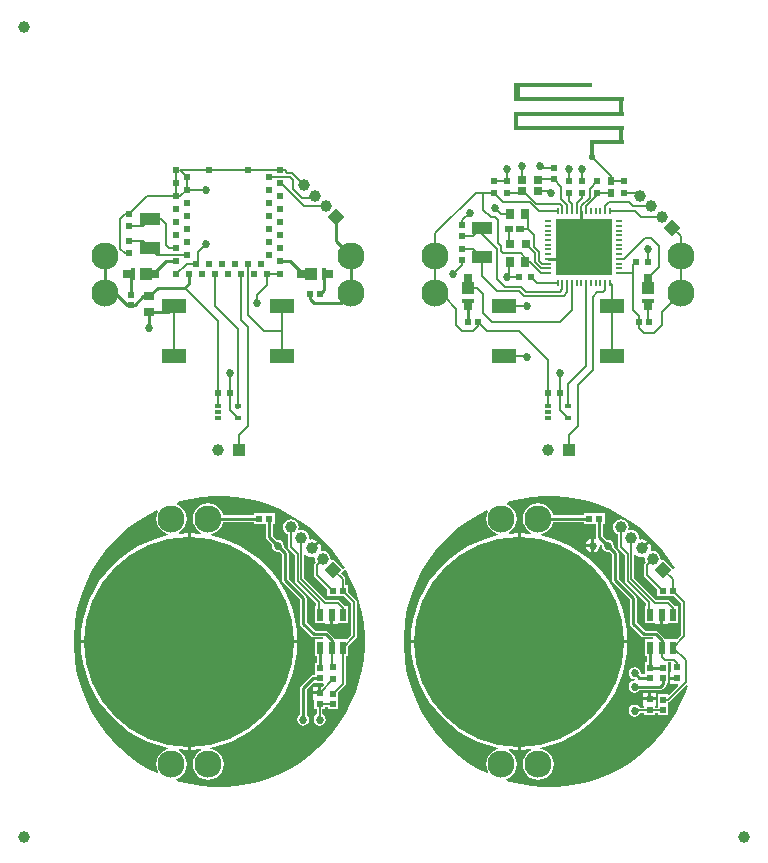
<source format=gtl>
G04 Layer_Physical_Order=1*
G04 Layer_Color=255*
%FSLAX25Y25*%
%MOIN*%
G70*
G01*
G75*
%ADD10C,0.03937*%
%ADD11R,0.01969X0.01476*%
%ADD12R,0.03543X0.03150*%
%ADD13R,0.02165X0.02362*%
%ADD14R,0.08268X0.05118*%
%ADD15R,0.02362X0.02165*%
%ADD16R,0.02362X0.01969*%
%ADD17R,0.07087X0.03937*%
%ADD18R,0.01969X0.02362*%
%ADD19R,0.02559X0.03150*%
%ADD20R,0.04016X0.04488*%
%ADD21R,0.01181X0.04488*%
%ADD22R,0.01929X0.01929*%
%ADD23C,0.00600*%
%ADD24C,0.01000*%
%ADD25C,0.70079*%
%ADD26R,0.02362X0.04331*%
%ADD27C,0.01575*%
%ADD28R,0.02953X0.02756*%
%ADD29R,0.02559X0.01969*%
%ADD30R,0.02953X0.03150*%
%ADD31R,0.01969X0.02559*%
%ADD32R,0.03150X0.03543*%
%ADD33O,0.00787X0.02559*%
%ADD34O,0.02559X0.00787*%
%ADD35R,0.18504X0.18504*%
%ADD36R,0.03150X0.02559*%
%ADD37R,0.04488X0.04016*%
%ADD38R,0.04488X0.01181*%
%ADD39R,0.02126X0.01575*%
%ADD40C,0.00900*%
%ADD41R,0.25984X0.01575*%
%ADD42R,0.36614X0.01575*%
%ADD43R,0.01969X0.06299*%
%ADD44R,0.01575X0.06299*%
%ADD45R,0.11417X0.01575*%
%ADD46R,0.01575X0.06693*%
%ADD47C,0.03961*%
G04:AMPARAMS|DCode=48|XSize=39.59mil|YSize=39.61mil|CornerRadius=0mil|HoleSize=0mil|Usage=FLASHONLY|Rotation=135.000|XOffset=0mil|YOffset=0mil|HoleType=Round|Shape=Rectangle|*
%AMROTATEDRECTD48*
4,1,4,0.02800,0.00001,-0.00001,-0.02800,-0.02800,-0.00001,0.00001,0.02800,0.02800,0.00001,0.0*
%
%ADD48ROTATEDRECTD48*%

%ADD49R,0.03959X0.03961*%
%ADD50C,0.09055*%
%ADD51C,0.02700*%
G36*
X195702Y128172D02*
X199463Y127576D01*
X203167Y126687D01*
X206790Y125510D01*
X210308Y124052D01*
X213702Y122323D01*
X216950Y120333D01*
X220031Y118094D01*
X222927Y115621D01*
X225621Y112927D01*
X228094Y110031D01*
X230333Y106950D01*
X231799Y104557D01*
X231404Y104245D01*
X228001Y107649D01*
X227523Y107171D01*
X227050Y107405D01*
X227067Y107536D01*
X226978Y108209D01*
X226718Y108837D01*
X226305Y109376D01*
X225766Y109789D01*
X225138Y110049D01*
X224465Y110138D01*
X224294Y110116D01*
X224239Y110137D01*
X223868Y110564D01*
X223935Y111071D01*
X223833Y111849D01*
X223532Y112574D01*
X223361Y112797D01*
X221283Y110717D01*
X220575Y111425D01*
X222654Y113504D01*
X222432Y113674D01*
X221707Y113975D01*
X220929Y114077D01*
X220422Y114010D01*
X219995Y114381D01*
X219974Y114437D01*
X219996Y114607D01*
X219907Y115280D01*
X219647Y115908D01*
X219234Y116447D01*
X218695Y116860D01*
X218067Y117121D01*
X217393Y117209D01*
X216772Y117127D01*
X216551Y117300D01*
X216379Y117520D01*
X216460Y118142D01*
X216372Y118816D01*
X216112Y119443D01*
X215698Y119982D01*
X215159Y120396D01*
X214531Y120656D01*
X213858Y120745D01*
X213184Y120656D01*
X212557Y120396D01*
X212018Y119982D01*
X211604Y119443D01*
X211344Y118816D01*
X211255Y118142D01*
X211344Y117469D01*
X211604Y116841D01*
X212018Y116302D01*
X212557Y115888D01*
X212940Y115729D01*
Y111642D01*
X213010Y111291D01*
X213209Y110993D01*
X215276Y108926D01*
Y100307D01*
X215346Y99955D01*
X215545Y99658D01*
X222382Y92820D01*
Y91777D01*
X221979D01*
Y86247D01*
X225319D01*
Y85847D01*
X227000D01*
Y89012D01*
X228000D01*
Y85847D01*
X229681D01*
Y86247D01*
X233021D01*
Y91777D01*
X231977D01*
X231889Y91909D01*
X230149Y93649D01*
X229851Y93848D01*
X229500Y93918D01*
X225577D01*
X218311Y101184D01*
Y108766D01*
X218774Y108935D01*
X218811Y108940D01*
X219426Y108468D01*
X220151Y108168D01*
X220929Y108065D01*
X221436Y108132D01*
X221863Y107761D01*
X221884Y107705D01*
X221862Y107536D01*
X221951Y106862D01*
X222110Y106478D01*
X221851Y106220D01*
X221652Y105922D01*
X221582Y105571D01*
Y102327D01*
X221652Y101976D01*
X221851Y101678D01*
X226046Y97483D01*
Y95317D01*
X231558D01*
X234082Y92793D01*
Y82128D01*
X232708Y80753D01*
X229781D01*
X229281Y80753D01*
X228571Y80753D01*
X228536Y80929D01*
X228293Y81293D01*
X226293Y83293D01*
X226293Y83293D01*
X225929Y83536D01*
X225500Y83622D01*
X225500Y83622D01*
X221965D01*
X219122Y86465D01*
Y94500D01*
X219122Y94500D01*
X219036Y94929D01*
X218793Y95293D01*
X213122Y100965D01*
Y109500D01*
X213122Y109500D01*
X213036Y109929D01*
X212793Y110293D01*
X211421Y111665D01*
X211488Y112000D01*
X211337Y112761D01*
X210906Y113406D01*
X210261Y113837D01*
X209500Y113988D01*
X209165Y113921D01*
X207795Y115291D01*
Y119317D01*
X208454D01*
Y122683D01*
X201546D01*
Y122122D01*
X191316D01*
X191295Y122283D01*
X190778Y123531D01*
X189956Y124602D01*
X188885Y125424D01*
X187638Y125941D01*
X186299Y126117D01*
X184961Y125941D01*
X183713Y125424D01*
X182642Y124602D01*
X181820Y123531D01*
X181304Y122283D01*
X181127Y120945D01*
X181304Y119606D01*
X181820Y118359D01*
X182642Y117288D01*
X183713Y116466D01*
X184005Y116345D01*
X183871Y115859D01*
X183537Y115909D01*
X180500Y116058D01*
Y80500D01*
X216058D01*
X215909Y83537D01*
X215389Y87039D01*
X214529Y90474D01*
X213336Y93808D01*
X211822Y97009D01*
X210002Y100047D01*
X207892Y102891D01*
X205514Y105514D01*
X202891Y107892D01*
X200047Y110002D01*
X197009Y111822D01*
X193808Y113336D01*
X190474Y114529D01*
X187039Y115390D01*
X187118Y115881D01*
X187638Y115949D01*
X188885Y116466D01*
X189956Y117288D01*
X190778Y118359D01*
X191295Y119606D01*
X191331Y119878D01*
X201546D01*
Y119317D01*
X205552D01*
Y114827D01*
X205552Y114827D01*
X205586Y114657D01*
X205172Y114262D01*
X205000Y114297D01*
Y109703D01*
X205417Y109786D01*
X206194Y110306D01*
X206714Y111083D01*
X206896Y112000D01*
X206852Y112222D01*
X207311Y112478D01*
X207561Y112249D01*
X207512Y112000D01*
X207663Y111239D01*
X208094Y110594D01*
X208739Y110163D01*
X209500Y110012D01*
X209835Y110079D01*
X210878Y109035D01*
Y100500D01*
X210878Y100500D01*
X210964Y100071D01*
X211207Y99707D01*
X211207Y99707D01*
X216879Y94035D01*
Y86000D01*
X216878Y86000D01*
X216964Y85571D01*
X217207Y85207D01*
X217207Y85207D01*
X220707Y81707D01*
X221071Y81464D01*
X221500Y81378D01*
X221500Y81378D01*
X224671D01*
X224754Y81253D01*
X224487Y80753D01*
X221979D01*
Y75223D01*
X222638D01*
Y73128D01*
X221817D01*
Y69122D01*
X220923D01*
X220488Y69500D01*
X220337Y70261D01*
X219906Y70906D01*
X219261Y71337D01*
X218500Y71488D01*
X217739Y71337D01*
X217094Y70906D01*
X216663Y70261D01*
X216512Y69500D01*
X216663Y68739D01*
X217094Y68094D01*
X217739Y67663D01*
X218500Y67512D01*
X218516Y67515D01*
X218550Y67469D01*
X218543Y67397D01*
X218312Y66951D01*
X217739Y66837D01*
X217094Y66406D01*
X216663Y65761D01*
X216512Y65000D01*
X216663Y64239D01*
X217094Y63594D01*
X217739Y63163D01*
X218500Y63012D01*
X219261Y63163D01*
X219906Y63594D01*
X220096Y63878D01*
X227000D01*
X227000Y63878D01*
X227429Y63964D01*
X227793Y64207D01*
X228793Y65207D01*
X228793Y65207D01*
X229036Y65571D01*
X229121Y66000D01*
Y66219D01*
X229683D01*
Y73082D01*
X230719D01*
Y70189D01*
X230719Y70057D01*
X230401Y69689D01*
X230319D01*
Y68205D01*
X232500D01*
Y67205D01*
X230319D01*
Y65720D01*
X232769D01*
X232961Y65259D01*
X230018Y62315D01*
X229683Y62454D01*
Y62454D01*
X226317D01*
Y57949D01*
X225281D01*
Y58484D01*
X225281Y58616D01*
X225599Y58984D01*
X225681D01*
Y60469D01*
X221319D01*
Y58984D01*
X221401D01*
X221719Y58616D01*
X221719Y58303D01*
X221365Y57949D01*
X220211D01*
X219906Y58406D01*
X219261Y58837D01*
X218500Y58988D01*
X217739Y58837D01*
X217094Y58406D01*
X216663Y57761D01*
X216512Y57000D01*
X216663Y56239D01*
X217094Y55594D01*
X217739Y55163D01*
X218500Y55012D01*
X219261Y55163D01*
X219906Y55594D01*
X220253Y56114D01*
X221719D01*
Y55447D01*
X225281D01*
Y56114D01*
X226317D01*
Y55546D01*
X229683D01*
Y59758D01*
X230024Y59825D01*
X230322Y60024D01*
X235694Y65397D01*
X236133Y65128D01*
X235510Y63210D01*
X234052Y59692D01*
X232323Y56298D01*
X230333Y53050D01*
X228094Y49969D01*
X225621Y47073D01*
X222927Y44379D01*
X220031Y41906D01*
X216950Y39667D01*
X213702Y37677D01*
X210308Y35948D01*
X206789Y34490D01*
X203167Y33313D01*
X199463Y32424D01*
X195702Y31828D01*
X191904Y31529D01*
X188096D01*
X184298Y31828D01*
X180536Y32424D01*
X176833Y33313D01*
X175771Y33658D01*
X175750Y34191D01*
X176680Y34576D01*
X177752Y35398D01*
X178573Y36469D01*
X179090Y37717D01*
X179266Y39055D01*
X179090Y40394D01*
X178573Y41641D01*
X177752Y42712D01*
X176680Y43534D01*
X176556Y43586D01*
X176667Y44081D01*
X179500Y43942D01*
Y79500D01*
X143942D01*
X144091Y76463D01*
X144611Y72961D01*
X145471Y69526D01*
X146664Y66192D01*
X148178Y62991D01*
X149998Y59953D01*
X152108Y57109D01*
X154486Y54486D01*
X157109Y52108D01*
X159953Y49998D01*
X162991Y48178D01*
X166192Y46664D01*
X169526Y45471D01*
X172961Y44611D01*
X173063Y44595D01*
X173058Y44091D01*
X172756Y44051D01*
X171509Y43534D01*
X170438Y42712D01*
X169616Y41641D01*
X169099Y40394D01*
X168923Y39055D01*
X169099Y37717D01*
X169574Y36569D01*
X169374Y36303D01*
X169211Y36192D01*
X166298Y37677D01*
X163050Y39667D01*
X159969Y41906D01*
X157073Y44379D01*
X154379Y47073D01*
X151906Y49969D01*
X149667Y53050D01*
X147677Y56298D01*
X145948Y59692D01*
X144490Y63210D01*
X143313Y66833D01*
X142424Y70537D01*
X141828Y74298D01*
X141529Y78096D01*
Y81904D01*
X141828Y85702D01*
X142424Y89464D01*
X143313Y93167D01*
X144490Y96789D01*
X145948Y100308D01*
X147677Y103702D01*
X149667Y106950D01*
X151906Y110031D01*
X154379Y112927D01*
X157073Y115621D01*
X159969Y118094D01*
X163050Y120333D01*
X166298Y122323D01*
X169211Y123808D01*
X169374Y123696D01*
X169574Y123431D01*
X169099Y122283D01*
X168923Y120945D01*
X169099Y119606D01*
X169616Y118359D01*
X170438Y117288D01*
X171509Y116466D01*
X172756Y115949D01*
X173058Y115910D01*
X173063Y115405D01*
X172961Y115390D01*
X169526Y114529D01*
X166192Y113336D01*
X162991Y111822D01*
X159953Y110002D01*
X157109Y107892D01*
X154486Y105514D01*
X152108Y102891D01*
X149998Y100047D01*
X148178Y97009D01*
X146664Y93808D01*
X145471Y90474D01*
X144611Y87039D01*
X144091Y83537D01*
X143942Y80500D01*
X179500D01*
Y116058D01*
X176667Y115919D01*
X176556Y116414D01*
X176680Y116466D01*
X177752Y117288D01*
X178573Y118359D01*
X179090Y119606D01*
X179266Y120945D01*
X179090Y122283D01*
X178573Y123531D01*
X177752Y124602D01*
X176680Y125424D01*
X175750Y125809D01*
X175771Y126342D01*
X176833Y126687D01*
X180536Y127576D01*
X184298Y128172D01*
X188096Y128471D01*
X191904D01*
X195702Y128172D01*
D02*
G37*
G36*
X85702D02*
X89464Y127576D01*
X93167Y126687D01*
X96789Y125510D01*
X100308Y124052D01*
X103702Y122323D01*
X106950Y120333D01*
X110031Y118094D01*
X112927Y115621D01*
X115621Y112927D01*
X118094Y110031D01*
X120333Y106950D01*
X121799Y104557D01*
X121404Y104245D01*
X118000Y107649D01*
X117523Y107171D01*
X117050Y107405D01*
X117067Y107536D01*
X116978Y108209D01*
X116718Y108837D01*
X116305Y109376D01*
X115766Y109789D01*
X115138Y110049D01*
X114464Y110138D01*
X114295Y110116D01*
X114239Y110137D01*
X113868Y110564D01*
X113935Y111071D01*
X113832Y111849D01*
X113532Y112574D01*
X113362Y112797D01*
X111283Y110717D01*
X110575Y111425D01*
X112654Y113504D01*
X112432Y113674D01*
X111707Y113975D01*
X110929Y114077D01*
X110422Y114010D01*
X109995Y114381D01*
X109974Y114437D01*
X109996Y114607D01*
X109907Y115280D01*
X109647Y115908D01*
X109234Y116447D01*
X108695Y116860D01*
X108067Y117121D01*
X107393Y117209D01*
X106772Y117127D01*
X106552Y117300D01*
X106379Y117520D01*
X106460Y118142D01*
X106372Y118816D01*
X106112Y119443D01*
X105698Y119982D01*
X105159Y120396D01*
X104532Y120656D01*
X103858Y120745D01*
X103184Y120656D01*
X102557Y120396D01*
X102018Y119982D01*
X101604Y119443D01*
X101344Y118816D01*
X101255Y118142D01*
X101344Y117469D01*
X101604Y116841D01*
X102018Y116302D01*
X102557Y115888D01*
X102940Y115729D01*
Y111642D01*
X103010Y111291D01*
X103209Y110993D01*
X105276Y108926D01*
Y100307D01*
X105346Y99955D01*
X105544Y99658D01*
X112382Y92820D01*
Y91777D01*
X111979D01*
Y86247D01*
X115319D01*
Y85847D01*
X117000D01*
Y89012D01*
X118000D01*
Y85847D01*
X119681D01*
Y86247D01*
X123021D01*
Y91777D01*
X121977D01*
X121889Y91909D01*
X120149Y93649D01*
X119851Y93848D01*
X119500Y93918D01*
X115577D01*
X108311Y101184D01*
Y108766D01*
X108774Y108935D01*
X108811Y108940D01*
X109426Y108468D01*
X110151Y108168D01*
X110929Y108065D01*
X111436Y108132D01*
X111863Y107761D01*
X111884Y107705D01*
X111862Y107536D01*
X111951Y106862D01*
X112109Y106478D01*
X111851Y106220D01*
X111652Y105922D01*
X111582Y105571D01*
Y102327D01*
X111652Y101976D01*
X111851Y101678D01*
X116046Y97483D01*
Y95317D01*
X121558D01*
X124082Y92793D01*
Y82128D01*
X122708Y80753D01*
X119781D01*
X119281Y80753D01*
X118571Y80753D01*
X118536Y80929D01*
X118293Y81293D01*
X116293Y83293D01*
X116293Y83293D01*
X115929Y83536D01*
X115500Y83622D01*
X115500Y83622D01*
X111965D01*
X109122Y86465D01*
Y94500D01*
X109122Y94500D01*
X109036Y94929D01*
X108793Y95293D01*
X103122Y100965D01*
Y109500D01*
X103122Y109500D01*
X103036Y109929D01*
X102793Y110293D01*
X101421Y111665D01*
X101488Y112000D01*
X101337Y112761D01*
X100906Y113406D01*
X100261Y113837D01*
X99500Y113988D01*
X99165Y113921D01*
X97795Y115291D01*
Y119317D01*
X98454D01*
Y122683D01*
X91546D01*
Y122122D01*
X81316D01*
X81295Y122283D01*
X80778Y123531D01*
X79956Y124602D01*
X78885Y125424D01*
X77638Y125941D01*
X76299Y126117D01*
X74961Y125941D01*
X73713Y125424D01*
X72642Y124602D01*
X71820Y123531D01*
X71304Y122283D01*
X71127Y120945D01*
X71304Y119606D01*
X71820Y118359D01*
X72642Y117288D01*
X73713Y116466D01*
X74005Y116345D01*
X73871Y115859D01*
X73537Y115909D01*
X70500Y116058D01*
Y80500D01*
X106058D01*
X105909Y83537D01*
X105389Y87039D01*
X104529Y90474D01*
X103336Y93808D01*
X101822Y97009D01*
X100002Y100047D01*
X97892Y102891D01*
X95514Y105514D01*
X92891Y107892D01*
X90047Y110002D01*
X87009Y111822D01*
X83808Y113336D01*
X80474Y114529D01*
X77039Y115390D01*
X77118Y115881D01*
X77638Y115949D01*
X78885Y116466D01*
X79956Y117288D01*
X80778Y118359D01*
X81295Y119606D01*
X81331Y119878D01*
X91546D01*
Y119317D01*
X95552D01*
Y114827D01*
X95552Y114827D01*
X95637Y114398D01*
X95880Y114034D01*
X95880Y114034D01*
X97579Y112335D01*
X97512Y112000D01*
X97663Y111239D01*
X98094Y110594D01*
X98739Y110163D01*
X99500Y110012D01*
X99835Y110079D01*
X100878Y109035D01*
Y100500D01*
X100878Y100500D01*
X100964Y100071D01*
X101207Y99707D01*
X101207Y99707D01*
X106878Y94035D01*
Y86000D01*
X106878Y86000D01*
X106964Y85571D01*
X107207Y85207D01*
X107207Y85207D01*
X110707Y81707D01*
X111071Y81464D01*
X111500Y81378D01*
X111500Y81378D01*
X114671D01*
X114754Y81253D01*
X114487Y80753D01*
X111979D01*
Y75223D01*
X112638D01*
Y72954D01*
X111817D01*
Y68948D01*
X111327D01*
X110898Y68863D01*
X110534Y68620D01*
X110534Y68620D01*
X107207Y65293D01*
X106964Y64929D01*
X106878Y64500D01*
X106878Y64500D01*
Y55596D01*
X106594Y55406D01*
X106163Y54761D01*
X106012Y54000D01*
X106163Y53239D01*
X106594Y52594D01*
X107239Y52163D01*
X108000Y52012D01*
X108761Y52163D01*
X109406Y52594D01*
X109837Y53239D01*
X109988Y54000D01*
X109837Y54761D01*
X109406Y55406D01*
X109122Y55596D01*
Y64035D01*
X111317Y66231D01*
X111817Y66046D01*
Y66046D01*
X114572D01*
X114779Y65546D01*
X114187Y64953D01*
X114000D01*
Y62968D01*
X113500D01*
Y62468D01*
X111319D01*
Y60984D01*
X111401D01*
X111719Y60616D01*
Y57447D01*
X112582D01*
Y55732D01*
X112094Y55406D01*
X111663Y54761D01*
X111512Y54000D01*
X111663Y53239D01*
X112094Y52594D01*
X112739Y52163D01*
X113500Y52012D01*
X114261Y52163D01*
X114906Y52594D01*
X115337Y53239D01*
X115488Y54000D01*
X115337Y54761D01*
X114906Y55406D01*
X114418Y55732D01*
Y57447D01*
X115281D01*
Y58114D01*
X116317D01*
Y57546D01*
X119683D01*
Y63058D01*
X121889Y65264D01*
X122088Y65562D01*
X122158Y65913D01*
Y75223D01*
X123021D01*
Y78472D01*
X125649Y81099D01*
X125848Y81397D01*
X125918Y81748D01*
Y93173D01*
X125848Y93524D01*
X125649Y93822D01*
X122954Y96517D01*
Y98683D01*
X122091D01*
Y100827D01*
X122021Y101178D01*
X121822Y101476D01*
X120473Y102825D01*
X121590Y103942D01*
X122145Y103992D01*
X122323Y103702D01*
X124052Y100308D01*
X125510Y96789D01*
X126687Y93167D01*
X127576Y89464D01*
X128172Y85702D01*
X128471Y81904D01*
Y78096D01*
X128172Y74298D01*
X127576Y70537D01*
X126687Y66833D01*
X125510Y63210D01*
X124052Y59692D01*
X122323Y56298D01*
X120333Y53050D01*
X118094Y49969D01*
X115621Y47073D01*
X112927Y44379D01*
X110031Y41906D01*
X106950Y39667D01*
X103702Y37677D01*
X100308Y35948D01*
X96789Y34490D01*
X93167Y33313D01*
X89464Y32424D01*
X85702Y31828D01*
X81904Y31529D01*
X78096D01*
X74298Y31828D01*
X70537Y32424D01*
X66833Y33313D01*
X65771Y33658D01*
X65750Y34191D01*
X66680Y34576D01*
X67751Y35398D01*
X68573Y36469D01*
X69090Y37717D01*
X69266Y39055D01*
X69090Y40394D01*
X68573Y41641D01*
X67751Y42712D01*
X66680Y43534D01*
X66556Y43586D01*
X66667Y44081D01*
X69500Y43942D01*
Y79500D01*
X33942D01*
X34091Y76463D01*
X34611Y72961D01*
X35471Y69526D01*
X36664Y66192D01*
X38178Y62991D01*
X39998Y59953D01*
X42108Y57109D01*
X44486Y54486D01*
X47109Y52108D01*
X49953Y49998D01*
X52991Y48178D01*
X56192Y46664D01*
X59526Y45471D01*
X62961Y44611D01*
X63063Y44595D01*
X63058Y44091D01*
X62756Y44051D01*
X61509Y43534D01*
X60438Y42712D01*
X59616Y41641D01*
X59099Y40394D01*
X58923Y39055D01*
X59099Y37717D01*
X59574Y36569D01*
X59374Y36303D01*
X59211Y36192D01*
X56298Y37677D01*
X53050Y39667D01*
X49969Y41906D01*
X47073Y44379D01*
X44379Y47073D01*
X41906Y49969D01*
X39667Y53050D01*
X37677Y56298D01*
X35948Y59692D01*
X34490Y63210D01*
X33313Y66833D01*
X32424Y70537D01*
X31828Y74298D01*
X31529Y78096D01*
Y81904D01*
X31828Y85702D01*
X32424Y89464D01*
X33313Y93167D01*
X34490Y96789D01*
X35948Y100308D01*
X37677Y103702D01*
X39667Y106950D01*
X41906Y110031D01*
X44379Y112927D01*
X47073Y115621D01*
X49969Y118094D01*
X53050Y120333D01*
X56298Y122323D01*
X59211Y123808D01*
X59374Y123696D01*
X59574Y123431D01*
X59099Y122283D01*
X58923Y120945D01*
X59099Y119606D01*
X59616Y118359D01*
X60438Y117288D01*
X61509Y116466D01*
X62756Y115949D01*
X63058Y115910D01*
X63063Y115405D01*
X62961Y115390D01*
X59526Y114529D01*
X56192Y113336D01*
X52991Y111822D01*
X49953Y110002D01*
X47109Y107892D01*
X44486Y105514D01*
X42108Y102891D01*
X39998Y100047D01*
X38178Y97009D01*
X36664Y93808D01*
X35471Y90474D01*
X34611Y87039D01*
X34091Y83537D01*
X33942Y80500D01*
X69500D01*
Y116058D01*
X66667Y115919D01*
X66556Y116414D01*
X66680Y116466D01*
X67751Y117288D01*
X68573Y118359D01*
X69090Y119606D01*
X69266Y120945D01*
X69090Y122283D01*
X68573Y123531D01*
X67751Y124602D01*
X66680Y125424D01*
X65750Y125809D01*
X65771Y126342D01*
X66833Y126687D01*
X70537Y127576D01*
X74298Y128172D01*
X78096Y128471D01*
X81904D01*
X85702Y128172D01*
D02*
G37*
%LPC*%
G36*
X204000Y114297D02*
X203583Y114214D01*
X202806Y113694D01*
X202286Y112917D01*
X202203Y112500D01*
X204000D01*
Y114297D01*
D02*
G37*
G36*
Y111500D02*
X202203D01*
X202286Y111083D01*
X202806Y110306D01*
X203583Y109786D01*
X204000Y109703D01*
Y111500D01*
D02*
G37*
G36*
X225681Y62953D02*
X224000D01*
Y61468D01*
X225681D01*
Y62953D01*
D02*
G37*
G36*
X223000D02*
X221319D01*
Y61468D01*
X223000D01*
Y62953D01*
D02*
G37*
G36*
X216058Y79500D02*
X180500D01*
Y43942D01*
X183537Y44091D01*
X183871Y44140D01*
X184005Y43655D01*
X183713Y43534D01*
X182642Y42712D01*
X181820Y41641D01*
X181304Y40394D01*
X181127Y39055D01*
X181304Y37717D01*
X181820Y36469D01*
X182642Y35398D01*
X183713Y34576D01*
X184961Y34060D01*
X186299Y33883D01*
X187638Y34060D01*
X188885Y34576D01*
X189956Y35398D01*
X190778Y36469D01*
X191295Y37717D01*
X191471Y39055D01*
X191295Y40394D01*
X190778Y41641D01*
X189956Y42712D01*
X188885Y43534D01*
X187638Y44051D01*
X187118Y44119D01*
X187039Y44611D01*
X190474Y45471D01*
X193808Y46664D01*
X197009Y48178D01*
X200047Y49998D01*
X202891Y52108D01*
X205514Y54486D01*
X207892Y57109D01*
X210002Y59953D01*
X211822Y62991D01*
X213336Y66192D01*
X214529Y69526D01*
X215389Y72961D01*
X215909Y76463D01*
X216058Y79500D01*
D02*
G37*
G36*
X113000Y64953D02*
X111319D01*
Y63468D01*
X113000D01*
Y64953D01*
D02*
G37*
G36*
X106058Y79500D02*
X70500D01*
Y43942D01*
X73537Y44091D01*
X73871Y44140D01*
X74005Y43655D01*
X73713Y43534D01*
X72642Y42712D01*
X71820Y41641D01*
X71304Y40394D01*
X71127Y39055D01*
X71304Y37717D01*
X71820Y36469D01*
X72642Y35398D01*
X73713Y34576D01*
X74961Y34060D01*
X76299Y33883D01*
X77638Y34060D01*
X78885Y34576D01*
X79956Y35398D01*
X80778Y36469D01*
X81295Y37717D01*
X81471Y39055D01*
X81295Y40394D01*
X80778Y41641D01*
X79956Y42712D01*
X78885Y43534D01*
X77638Y44051D01*
X77118Y44119D01*
X77039Y44611D01*
X80474Y45471D01*
X83808Y46664D01*
X87009Y48178D01*
X90047Y49998D01*
X92891Y52108D01*
X95514Y54486D01*
X97892Y57109D01*
X100002Y59953D01*
X101822Y62991D01*
X103336Y66192D01*
X104529Y69526D01*
X105389Y72961D01*
X105909Y76463D01*
X106058Y79500D01*
D02*
G37*
%LPD*%
D10*
X15000Y15000D02*
D03*
Y285000D02*
D03*
X255000Y15000D02*
D03*
D11*
X86193Y154563D02*
D03*
Y158500D02*
D03*
X79500Y154563D02*
D03*
Y156532D02*
D03*
Y158500D02*
D03*
X189500D02*
D03*
Y156532D02*
D03*
Y154563D02*
D03*
X196193Y158500D02*
D03*
Y154563D02*
D03*
D12*
X56500Y189941D02*
D03*
X56500Y195059D02*
D03*
D13*
X50500Y195673D02*
D03*
X50500Y192327D02*
D03*
X228000Y60673D02*
D03*
Y57327D02*
D03*
X223500Y68000D02*
D03*
Y71346D02*
D03*
X228000Y68000D02*
D03*
Y71346D02*
D03*
X113500Y67827D02*
D03*
Y71173D02*
D03*
X118000Y59327D02*
D03*
Y62673D02*
D03*
D14*
X100913Y191965D02*
D03*
X65087D02*
D03*
X100913Y175035D02*
D03*
X65087D02*
D03*
X210913Y191965D02*
D03*
X175087D02*
D03*
X210913Y175035D02*
D03*
X175087D02*
D03*
D15*
X113673Y196000D02*
D03*
X110327D02*
D03*
X227827Y97000D02*
D03*
X231173D02*
D03*
X206673Y121000D02*
D03*
X203327D02*
D03*
X93327D02*
D03*
X96673D02*
D03*
X121173Y97000D02*
D03*
X117827D02*
D03*
X162827Y186500D02*
D03*
X166173Y186500D02*
D03*
X223173Y186500D02*
D03*
X219827D02*
D03*
D16*
X50000Y218531D02*
D03*
X50000Y222468D02*
D03*
Y213469D02*
D03*
Y209531D02*
D03*
X232500Y71642D02*
D03*
Y67705D02*
D03*
X223500Y60969D02*
D03*
Y57032D02*
D03*
X113500Y59031D02*
D03*
Y62968D02*
D03*
X118000Y67532D02*
D03*
Y71469D02*
D03*
X215000Y229563D02*
D03*
Y233500D02*
D03*
X171500Y233469D02*
D03*
Y229532D02*
D03*
X196500D02*
D03*
Y233469D02*
D03*
X201000Y229532D02*
D03*
Y233469D02*
D03*
X206000Y233500D02*
D03*
Y229563D02*
D03*
X176000Y229532D02*
D03*
Y233469D02*
D03*
X191500Y234032D02*
D03*
Y237968D02*
D03*
X161000Y210968D02*
D03*
Y207031D02*
D03*
X161000Y215032D02*
D03*
X161000Y218969D02*
D03*
D17*
X57000Y211157D02*
D03*
Y221000D02*
D03*
X167500Y208157D02*
D03*
Y218000D02*
D03*
D18*
X79532Y163000D02*
D03*
X83469D02*
D03*
X222969Y206500D02*
D03*
X219032D02*
D03*
X180032Y201500D02*
D03*
X183968D02*
D03*
X189532Y163000D02*
D03*
X193468D02*
D03*
D19*
X49352Y202500D02*
D03*
X58742D02*
D03*
X116648D02*
D03*
X107258D02*
D03*
D20*
X55494D02*
D03*
X110506D02*
D03*
D21*
X51124D02*
D03*
X114876D02*
D03*
D22*
X65650Y211118D02*
D03*
Y202457D02*
D03*
Y206787D02*
D03*
Y215449D02*
D03*
X69981Y202457D02*
D03*
X69194Y213283D02*
D03*
X72146Y206000D02*
D03*
X69194Y208953D02*
D03*
X65650Y224110D02*
D03*
Y228441D02*
D03*
X69194Y217614D02*
D03*
X65650Y219779D02*
D03*
Y232772D02*
D03*
Y237102D02*
D03*
X69194Y230606D02*
D03*
Y234937D02*
D03*
Y221945D02*
D03*
Y226276D02*
D03*
X78642Y202457D02*
D03*
X74312D02*
D03*
X82973Y202457D02*
D03*
X87304Y202457D02*
D03*
X80808Y206000D02*
D03*
X76477D02*
D03*
X89469D02*
D03*
X85139D02*
D03*
X91635Y202457D02*
D03*
X93800Y206000D02*
D03*
X100296Y202457D02*
D03*
X95965Y202457D02*
D03*
X100296Y206787D02*
D03*
X96753Y217614D02*
D03*
Y221945D02*
D03*
Y208953D02*
D03*
Y213283D02*
D03*
X89469Y237102D02*
D03*
X76477D02*
D03*
X96753Y226276D02*
D03*
Y230606D02*
D03*
X100296Y211118D02*
D03*
X100296Y215449D02*
D03*
Y219779D02*
D03*
Y224110D02*
D03*
X100296Y228441D02*
D03*
X96753Y234937D02*
D03*
X100296Y232772D02*
D03*
Y237102D02*
D03*
D23*
X89500Y205969D02*
X89469Y206000D01*
X89500Y189000D02*
Y205969D01*
X86500Y143685D02*
Y149000D01*
X65650Y228441D02*
Y232772D01*
Y237102D01*
X89469D02*
X76477D01*
X100296D02*
X89469D01*
X67028Y228441D02*
X65650D01*
X67028D02*
X69194Y230606D01*
Y234937D01*
X67028Y237102D01*
X76477D02*
X67028D01*
X65650Y202457D02*
X69194Y206000D01*
X72146D02*
X69194D01*
X100296Y202457D02*
X95965D01*
Y198965D02*
Y202457D01*
X92500Y195500D02*
X95965Y198965D01*
X92500Y193000D02*
Y195500D01*
X107258Y202500D02*
Y203242D01*
X111358Y228000D02*
X111929Y228571D01*
X100531Y232772D02*
X100296D01*
X108267Y225036D02*
X100531Y232772D01*
X107500Y228000D02*
X104500Y231000D01*
Y234000D01*
X103563Y234937D01*
X96753D01*
X86500Y149000D02*
X89500Y152000D01*
X72146Y206000D02*
X73000Y206854D01*
Y210000D01*
X75500Y212500D01*
X75394Y230606D02*
X69194D01*
X65650Y211118D02*
X63382D01*
X54532Y218531D02*
X57000Y221000D01*
X54532Y218531D02*
X50000D01*
X57000Y211157D02*
X54689Y213469D01*
X50000D01*
X60500Y221000D02*
X57000D01*
X69194Y208953D02*
X59205D01*
X57000Y211157D01*
X63382Y211118D02*
X62400Y212100D01*
Y219100D01*
X60500Y221000D01*
X65650Y228441D02*
X55972D01*
X50000Y222468D02*
X55972Y228441D01*
X47000Y221000D02*
X48469Y222468D01*
X50000D02*
X48469D01*
X50000Y209531D02*
X48469D01*
X47000Y211000D01*
Y221000D01*
X111358Y228000D02*
X107500D01*
X115464Y225036D02*
X108267D01*
X108393Y232107D02*
X104300Y236200D01*
X102754D01*
X101852Y237102D01*
X100296D01*
X79500Y158500D02*
Y162969D01*
X79532Y163000D01*
X86193Y158000D02*
X86000D01*
X83469Y157287D02*
Y163000D01*
X86193Y154563D02*
X83469Y157287D01*
X79532Y163000D02*
Y186969D01*
X65087Y175035D02*
Y191965D01*
X100913Y183500D02*
Y191965D01*
X79532Y186969D02*
X68500Y198000D01*
X68481D01*
X78642Y191858D02*
Y202457D01*
X89500Y152000D02*
Y185000D01*
X87304Y187196D01*
Y202457D01*
X100913Y175035D02*
Y183500D01*
X95000D01*
X89500Y189000D01*
X86193Y184307D02*
X78642Y191858D01*
X86193Y158500D02*
Y184307D01*
X83469Y163000D02*
Y169468D01*
X83500Y169500D01*
X220929Y111071D02*
X221429Y111571D01*
X217393Y100804D02*
Y114607D01*
X225197Y93000D02*
X217393Y100804D01*
X216193Y100307D02*
Y109307D01*
X223300Y93200D02*
X216193Y100307D01*
X223300Y89472D02*
Y93200D01*
X225197Y93000D02*
X229500D01*
X213858Y111642D02*
Y118142D01*
X216193Y109307D02*
X213858Y111642D01*
X222500Y105571D02*
X224465Y107536D01*
X222500Y102327D02*
Y105571D01*
X227827Y97000D02*
X222500Y102327D01*
X235000Y93173D02*
X231173Y97000D01*
X235000Y81748D02*
Y93173D01*
X231173Y97000D02*
Y100827D01*
X228000Y104000D01*
X223760Y89012D02*
X223300Y89472D01*
X231240Y89012D02*
Y91260D01*
X229500Y93000D01*
X227705Y57032D02*
X228000Y57327D01*
X223500Y57032D02*
X227705D01*
X218500Y115000D02*
X218393Y115107D01*
X231240Y77988D02*
X235000Y81748D01*
X227500Y75000D02*
Y77988D01*
X228500Y74000D02*
X227500Y75000D01*
X228500Y74000D02*
X231500D01*
X232500Y73000D02*
X231500Y74000D01*
X232500Y71642D02*
Y73000D01*
X235500Y73728D02*
X231240Y77988D01*
X235500Y66500D02*
Y73728D01*
X229673Y60673D02*
X235500Y66500D01*
X228000Y60673D02*
X229673D01*
X218531Y57032D02*
X223500D01*
X218500Y57000D02*
X218531Y57032D01*
X121240Y77988D02*
X125000Y81748D01*
X108500Y115000D02*
X108393Y115107D01*
X117500Y71969D02*
Y77988D01*
X118000Y71469D02*
X117500Y71969D01*
X113500Y71173D02*
X113760Y71433D01*
X118000Y67469D02*
Y67532D01*
X113500Y62968D02*
X118000Y67469D01*
X121240Y65913D02*
Y77988D01*
X118000Y62673D02*
X121240Y65913D01*
X113500Y59031D02*
X117705D01*
X118000Y59327D01*
X113500Y54000D02*
Y59031D01*
X121240Y91260D02*
X119500Y93000D01*
X121240Y89012D02*
Y91260D01*
X113760Y89012D02*
X113300Y89472D01*
X121173Y100827D02*
X118000Y104000D01*
X121173Y97000D02*
Y100827D01*
X125000Y81748D02*
Y93173D01*
X121173Y97000D01*
X117827D02*
X112500Y102327D01*
Y105571D01*
X114464Y107536D01*
X106193Y109307D02*
X103858Y111642D01*
Y118142D01*
X115197Y93000D02*
X119500D01*
X113300Y89472D02*
Y93200D01*
X106193Y100307D01*
Y109307D01*
X115197Y93000D02*
X107393Y100804D01*
Y114607D01*
X110929Y111071D02*
X111429Y111571D01*
X180441Y229532D02*
X180892Y229982D01*
X180441Y229532D02*
X176000D01*
X180842Y238342D02*
X181000Y238500D01*
X180842Y233968D02*
Y238342D01*
X181715Y229982D02*
X180892D01*
X185697Y226000D02*
X181715Y229982D01*
X190500Y229500D02*
X189969Y230031D01*
X186158D01*
X187087Y234531D02*
X186854Y234764D01*
X186158Y233968D02*
X186221Y234032D01*
X191500D02*
X186221D01*
X187531Y237968D02*
X187000Y238500D01*
X191500Y237968D02*
X187531D01*
X194000Y231532D02*
X191500Y234032D01*
X194000Y227500D02*
Y231532D01*
X193500Y226000D02*
X185697D01*
X194413Y225087D02*
X193500Y226000D01*
X196193Y158500D02*
Y165693D01*
X199500Y165500D02*
X204500Y170500D01*
X155299Y194701D02*
Y196201D01*
X159000Y191000D02*
X155299Y194701D01*
X159000Y185500D02*
Y191000D01*
X161000Y183500D02*
X159000Y185500D01*
X164500Y183500D02*
X161000D01*
X164500D02*
X166173Y185173D01*
Y186500D01*
X233945Y215055D02*
X231000Y218000D01*
X233945Y196201D02*
Y215055D01*
X169173Y183500D02*
X166173Y186500D01*
X180032Y183500D02*
X169173D01*
X219827Y186500D02*
Y188673D01*
X227500Y189756D02*
X233945Y196201D01*
X219827Y184673D02*
Y186500D01*
X221500Y183000D02*
X219827Y184673D01*
X225000Y183000D02*
X221500D01*
X225000D02*
X227500Y185500D01*
Y189756D01*
X223173Y186500D02*
X223000Y186673D01*
Y191852D01*
X189532Y174000D02*
X180032Y183500D01*
X199500Y152000D02*
Y165500D01*
X196500Y143685D02*
Y149000D01*
X199500Y152000D01*
X155299Y196201D02*
X152055D01*
X189500Y158500D02*
Y162969D01*
X189532Y163000D01*
X193468Y157287D02*
Y163000D01*
X196193Y154563D02*
X193468Y157287D01*
X189532Y163000D02*
Y174000D01*
X210913Y175035D02*
Y191965D01*
X193468Y163000D02*
Y169468D01*
X193500Y169500D01*
X182465Y175035D02*
X175087D01*
X182465Y191965D02*
X175087D01*
X166006Y197994D02*
X163000D01*
X168000Y196000D02*
X166006Y197994D01*
X168000Y189500D02*
Y196000D01*
X171000Y186500D02*
X168000Y189500D01*
X193500Y186500D02*
X171000D01*
X193500D02*
X197563Y190563D01*
X194800Y195300D02*
X181700D01*
X180000Y197000D01*
X172500D01*
X193500Y196500D02*
X182197D01*
X180497Y198200D01*
X219827Y188673D02*
X218000Y190500D01*
X180497Y198200D02*
X175300D01*
X180032Y201500D02*
X176000D01*
X176441Y201941D01*
X189591Y205988D02*
X187512D01*
X186500Y207000D01*
X189591Y204413D02*
X187390D01*
X185300Y206503D01*
X189591Y202839D02*
X187161D01*
X183500Y206500D01*
X182059D01*
X208587Y223410D02*
Y225087D01*
X210000Y226500D01*
X216500D02*
X210000D01*
X217929Y225071D02*
X216500Y226500D01*
X223929Y225071D02*
X217929D01*
X218590Y223410D02*
X210161D01*
X220464Y221535D02*
X218590Y223410D01*
X227465Y221535D02*
X220464D01*
X223000Y201242D02*
X226500Y204742D01*
Y212000D01*
X224000Y214500D01*
X222000D01*
X215063Y207563D02*
X222000Y214500D01*
X215063Y207563D02*
X213409D01*
X222969Y206500D02*
Y210968D01*
X223000Y211000D01*
X218000Y205469D02*
X219032Y206500D01*
X217839Y202839D02*
X213409D01*
X217839D02*
X218000Y203000D01*
Y190500D02*
Y203000D01*
Y205469D01*
X210913Y191965D02*
Y198839D01*
X210161Y199591D01*
X208587Y197087D02*
Y199591D01*
X208000Y196500D02*
X208587Y197087D01*
X208000Y196500D02*
X206000D01*
X204500Y195000D02*
X206000Y196500D01*
X204500Y170500D02*
Y195000D01*
X196193Y165693D02*
X202287Y171787D01*
Y199591D01*
X197563Y190563D02*
Y199591D01*
X194800Y195300D02*
X195988Y196488D01*
Y199591D01*
X193500Y196500D02*
X194413Y197413D01*
Y199591D01*
X192839D02*
X185878D01*
X183968Y201500D01*
X185300Y206503D02*
Y209358D01*
X182158Y212500D01*
X186500Y207000D02*
Y209855D01*
X185000Y211354D01*
Y215500D01*
X183000Y217500D01*
X180370D01*
X183000D02*
Y221559D01*
X182059Y222500D01*
X176630Y212713D02*
Y217500D01*
X176842Y212500D02*
X176630Y212713D01*
X192839Y223410D02*
X186591D01*
X194413D02*
Y225087D01*
X176000Y233469D02*
X171500D01*
X176000D02*
Y237500D01*
X196500Y233469D02*
Y237500D01*
X201000Y233469D02*
Y237500D01*
X210402Y229563D02*
X206000D01*
X210402D02*
X210500Y229661D01*
X214902Y233402D02*
X210500D01*
X214902D02*
X215000Y233500D01*
X195988Y223410D02*
Y225512D01*
X194000Y227500D01*
X197563Y223410D02*
Y225937D01*
X196500Y227000D01*
Y229532D01*
X199138Y223410D02*
Y226138D01*
X201000Y228000D01*
Y229532D01*
X176441Y201941D02*
Y206500D01*
X152055Y196201D02*
Y216055D01*
X165532Y229532D01*
X186591Y223410D02*
X183500Y226500D01*
X174531D01*
X171500Y229532D01*
X182059Y206500D02*
Y207941D01*
X180500Y209500D01*
X174700D01*
X171500Y229532D02*
X168000D01*
X165532D01*
X172500Y197000D02*
X167500Y202000D01*
Y208157D01*
Y216000D02*
Y218000D01*
X175300Y198200D02*
X172500Y201000D01*
Y211000D01*
X167500Y216000D01*
X174700Y209500D02*
X174000Y210200D01*
X176941Y222500D02*
X174000D01*
X172000Y224500D01*
X174000Y210200D02*
Y212000D01*
X173000Y213000D01*
Y220500D01*
X172000Y221500D01*
X170500D01*
X168000Y224000D01*
Y229532D01*
X157032Y202500D02*
X157000Y202532D01*
X158000Y202500D02*
X157032D01*
X164689Y210968D02*
X161000D01*
X167500Y208157D02*
X164689Y210968D01*
X164532Y215032D02*
X161000D01*
X164532D02*
X167500Y218000D01*
X161000Y205500D02*
Y207031D01*
X158000Y202500D02*
X161000Y205500D01*
Y218969D02*
Y220500D01*
X163500Y223000D01*
X200713Y223410D02*
Y225213D01*
X203500Y228000D01*
Y231000D01*
X206000Y233500D01*
X202287Y223410D02*
Y225090D01*
X206000Y228803D01*
Y229563D01*
X219437D02*
X215000D01*
X220393Y228607D02*
X219437Y229563D01*
X210500Y233402D02*
Y235100D01*
X204200Y241400D01*
D24*
X103713Y206787D02*
X100296D01*
X107258Y203242D02*
X103713Y206787D01*
X50500Y195673D02*
Y201876D01*
X51124Y202500D01*
X51827Y192327D02*
X50500D01*
X51827D02*
X54559Y195059D01*
X56500D02*
X54559D01*
X56500D02*
X59441Y198000D01*
X68481D02*
X59441D01*
X68481D02*
X69981Y199500D01*
Y202457D01*
X58742Y202500D02*
Y203242D01*
X62287Y206787D01*
X65650D02*
X62287D01*
X56500Y184500D02*
Y189941D01*
X123945Y196201D02*
Y208405D01*
X119000Y213350D01*
X42055Y196201D02*
Y208405D01*
X45299Y196201D02*
X42055D01*
X49173Y192327D02*
X45299Y196201D01*
X50500Y192327D02*
X49173D01*
X119000Y213350D02*
Y221500D01*
X114876Y197203D02*
Y202500D01*
X113673Y196000D02*
X114876Y197203D01*
X110327Y194173D02*
Y196000D01*
X111500Y193000D02*
X110327Y194173D01*
X120744Y193000D02*
X111500D01*
X120744D02*
X123945Y196201D01*
X63063Y189941D02*
X56500D01*
X63063D02*
X65087Y191965D01*
X218000Y94500D02*
X212000Y100500D01*
Y109500D01*
X209500Y112000D01*
X218000Y86000D02*
Y94500D01*
X220000Y110142D02*
X220929Y111071D01*
X227500Y77988D02*
Y80500D01*
X225500Y82500D01*
X221500D02*
X225500D01*
X221500D02*
X218000Y86000D01*
X206673Y114827D02*
Y121000D01*
X209500Y112000D02*
X206673Y114827D01*
X184354Y121000D02*
X203327D01*
X223500Y71346D02*
X228000D01*
X223760Y71606D02*
Y77988D01*
X223500Y71346D02*
X223760Y71606D01*
X220000Y68000D02*
X223500D01*
X220000D02*
X218500Y69500D01*
X228000Y66000D02*
Y68000D01*
X227000Y65000D02*
X228000Y66000D01*
X218500Y65000D02*
X227000D01*
X74354Y121000D02*
X93327D01*
X99500Y112000D02*
X96673Y114827D01*
Y121000D01*
X111327Y67827D02*
X113500D01*
X108000Y64500D02*
X111327Y67827D01*
X108000Y54000D02*
Y64500D01*
X111500Y82500D02*
X108000Y86000D01*
X111500Y82500D02*
X115500D01*
X117500Y80500D02*
X115500Y82500D01*
X113760Y71433D02*
Y77988D01*
X117500D02*
Y80500D01*
X110000Y110142D02*
X110929Y111071D01*
X108000Y86000D02*
Y94500D01*
X102000Y109500D02*
X99500Y112000D01*
X102000Y100500D02*
Y109500D01*
X108000Y94500D02*
X102000Y100500D01*
X162827Y191679D02*
X163000Y191852D01*
X162827Y186500D02*
Y191679D01*
D25*
X180000Y80000D02*
D03*
X70000D02*
D03*
D26*
X231240Y89012D02*
D03*
X223760D02*
D03*
X227500D02*
D03*
Y77988D02*
D03*
X231240D02*
D03*
X223760D02*
D03*
X113760D02*
D03*
X121240D02*
D03*
X117500D02*
D03*
Y89012D02*
D03*
X113760D02*
D03*
X121240D02*
D03*
D27*
X178000Y92500D02*
X189883Y104383D01*
X68000Y92500D02*
X79883Y104383D01*
D28*
X186158Y233968D02*
D03*
X180842D02*
D03*
Y230031D02*
D03*
X186158D02*
D03*
D29*
X180370Y217500D02*
D03*
X176630D02*
D03*
D30*
X182158Y212500D02*
D03*
X176842D02*
D03*
D31*
X210500Y229661D02*
D03*
Y233402D02*
D03*
D32*
X176941Y222500D02*
D03*
X182059Y222500D02*
D03*
X176941Y206500D02*
D03*
X182059Y206500D02*
D03*
D33*
X192839Y199591D02*
D03*
X194413D02*
D03*
X195988D02*
D03*
X197563D02*
D03*
X199138D02*
D03*
X200713D02*
D03*
X202287D02*
D03*
X203862D02*
D03*
X205437D02*
D03*
X207012D02*
D03*
X208587D02*
D03*
X210161D02*
D03*
Y223410D02*
D03*
X208587D02*
D03*
X207012D02*
D03*
X205437D02*
D03*
X203862D02*
D03*
X202287D02*
D03*
X200713D02*
D03*
X199138D02*
D03*
X197563D02*
D03*
X195988D02*
D03*
X194413D02*
D03*
X192839D02*
D03*
D34*
X213409Y202839D02*
D03*
Y204413D02*
D03*
Y205988D02*
D03*
Y207563D02*
D03*
Y209138D02*
D03*
Y210713D02*
D03*
Y212287D02*
D03*
Y213862D02*
D03*
Y215437D02*
D03*
Y217012D02*
D03*
Y218587D02*
D03*
Y220161D02*
D03*
X189591D02*
D03*
Y218587D02*
D03*
Y217012D02*
D03*
Y215437D02*
D03*
Y213862D02*
D03*
Y212287D02*
D03*
Y210713D02*
D03*
Y209138D02*
D03*
Y207563D02*
D03*
Y205988D02*
D03*
Y204413D02*
D03*
Y202839D02*
D03*
D35*
X201500Y211500D02*
D03*
D36*
X163000Y191852D02*
D03*
Y201242D02*
D03*
X223000Y191852D02*
D03*
Y201242D02*
D03*
D37*
X163000Y197994D02*
D03*
X223000D02*
D03*
D38*
X163000Y193624D02*
D03*
X223000D02*
D03*
D39*
X204200Y241400D02*
D03*
D40*
X201500Y211500D02*
X200713Y212287D01*
X197563Y207563D02*
X189591D01*
X197563D02*
X199138Y209138D01*
X201500Y211500D01*
X200713Y212287D02*
Y223410D01*
D41*
X191208Y265416D02*
D03*
D42*
X196523Y260691D02*
D03*
Y255967D02*
D03*
Y251242D02*
D03*
D43*
X179200Y263053D02*
D03*
D44*
X214042Y258329D02*
D03*
X179003Y253605D02*
D03*
X214042Y248880D02*
D03*
D45*
X209121Y246518D02*
D03*
D46*
X204200Y243959D02*
D03*
D47*
X111929Y228571D02*
D03*
X108393Y232107D02*
D03*
X115464Y225036D02*
D03*
X79500Y143685D02*
D03*
X217393Y114607D02*
D03*
X220929Y111071D02*
D03*
X213858Y118142D02*
D03*
X224465Y107536D02*
D03*
X114464D02*
D03*
X103858Y118142D02*
D03*
X110929Y111071D02*
D03*
X107393Y114607D02*
D03*
X223929Y225071D02*
D03*
X220393Y228607D02*
D03*
X227465Y221535D02*
D03*
X189500Y143685D02*
D03*
D48*
X119000Y221500D02*
D03*
X228000Y104000D02*
D03*
X118000D02*
D03*
X231000Y218000D02*
D03*
D49*
X86500Y143685D02*
D03*
X196500D02*
D03*
D50*
X123945Y208405D02*
D03*
Y196201D02*
D03*
X42055Y208405D02*
D03*
Y196201D02*
D03*
X174094Y120945D02*
D03*
X186299D02*
D03*
X174094Y39055D02*
D03*
X186299D02*
D03*
X76299D02*
D03*
X64095D02*
D03*
X76299Y120945D02*
D03*
X64095D02*
D03*
X233945Y208405D02*
D03*
Y196201D02*
D03*
X152055Y208405D02*
D03*
Y196201D02*
D03*
D51*
X92500Y193000D02*
D03*
X75500Y212500D02*
D03*
Y230500D02*
D03*
X56500Y184500D02*
D03*
X83500Y169500D02*
D03*
X218500Y57000D02*
D03*
X209500Y112000D02*
D03*
X204500D02*
D03*
X218500Y69500D02*
D03*
Y65000D02*
D03*
X99500Y112000D02*
D03*
X102500Y81000D02*
D03*
X108000Y54000D02*
D03*
X113500D02*
D03*
X190500Y229500D02*
D03*
X223000Y211000D02*
D03*
X163500Y223000D02*
D03*
X193500Y169500D02*
D03*
X182500Y192000D02*
D03*
Y175000D02*
D03*
X176000Y201500D02*
D03*
Y237500D02*
D03*
X181000Y238500D02*
D03*
X187000D02*
D03*
X196500Y237500D02*
D03*
X201000D02*
D03*
X194413Y204413D02*
D03*
Y209138D02*
D03*
Y213862D02*
D03*
Y218587D02*
D03*
X199138Y204413D02*
D03*
X199138Y209138D02*
D03*
Y213862D02*
D03*
X199138Y218587D02*
D03*
X203862Y204413D02*
D03*
Y209138D02*
D03*
Y213862D02*
D03*
Y218587D02*
D03*
X208587Y204413D02*
D03*
Y209138D02*
D03*
Y213862D02*
D03*
Y218587D02*
D03*
X172000Y224500D02*
D03*
X158000Y202500D02*
D03*
M02*

</source>
